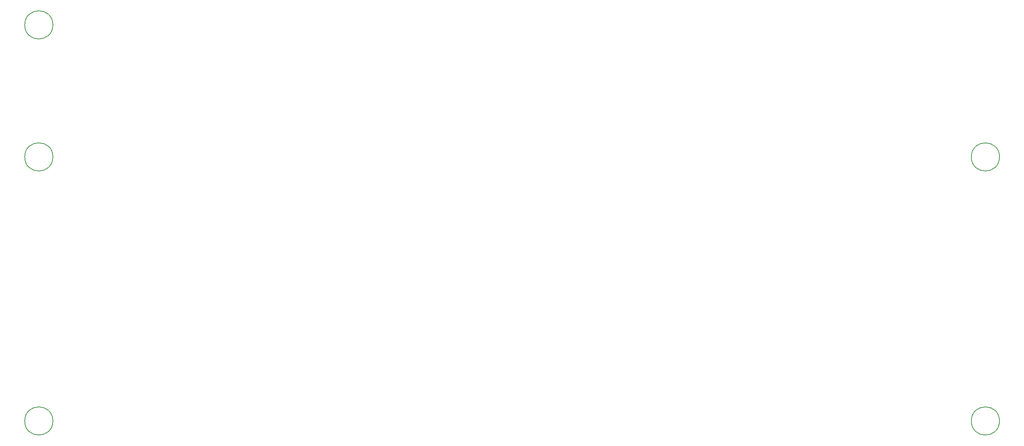
<source format=gbr>
%TF.GenerationSoftware,KiCad,Pcbnew,7.0.5-0*%
%TF.CreationDate,2023-10-31T21:53:37+01:00*%
%TF.ProjectId,20231027_vm-1_prototyp,32303233-3130-4323-975f-766d2d315f70,rev?*%
%TF.SameCoordinates,Original*%
%TF.FileFunction,Other,Comment*%
%FSLAX46Y46*%
G04 Gerber Fmt 4.6, Leading zero omitted, Abs format (unit mm)*
G04 Created by KiCad (PCBNEW 7.0.5-0) date 2023-10-31 21:53:37*
%MOMM*%
%LPD*%
G01*
G04 APERTURE LIST*
%ADD10C,0.150000*%
G04 APERTURE END LIST*
D10*
%TO.C,H5*%
X43200000Y-60000000D02*
G75*
G03*
X43200000Y-60000000I-3200000J0D01*
G01*
%TO.C,H4*%
X258200000Y-90000000D02*
G75*
G03*
X258200000Y-90000000I-3200000J0D01*
G01*
%TO.C,H3*%
X258200000Y-150000000D02*
G75*
G03*
X258200000Y-150000000I-3200000J0D01*
G01*
%TO.C,H2*%
X43200000Y-150000000D02*
G75*
G03*
X43200000Y-150000000I-3200000J0D01*
G01*
%TO.C,H1*%
X43200000Y-90000000D02*
G75*
G03*
X43200000Y-90000000I-3200000J0D01*
G01*
%TD*%
M02*

</source>
